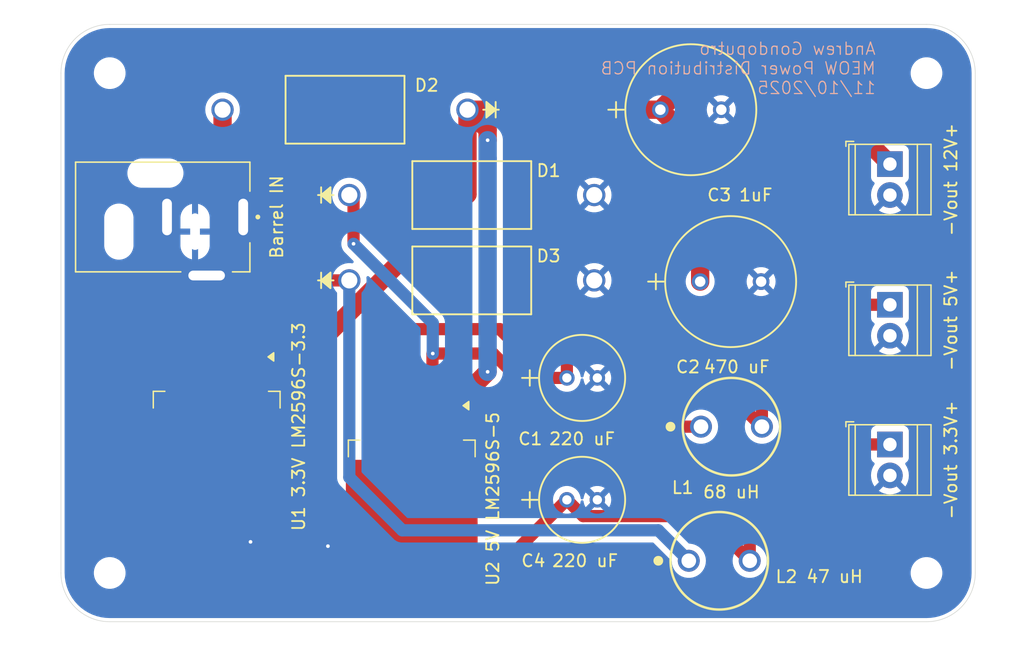
<source format=kicad_pcb>
(kicad_pcb (version 20240108) (generator "pcbnew") (generator_version "8.0")
  (layers (0 "F.Cu" signal) (31 "B.Cu" signal) (34 "B.Paste" user) (35 "F.Paste" user) (36 "B.SilkS" user "B.Silkscreen") (37 "F.SilkS" user "F.Silkscreen") (38 "B.Mask" user) (39 "F.Mask" user) (44 "Edge.Cuts" user))
  (net 0 "")
  (net 1 "Vout_3.3V")
  (net 2 "GND")
  (net 3 "Vout_12V")
  (net 4 "Net-(D1-K)")
  (net 5 "Net-(D2-A)")
  (net 6 "Net-(D3-K)")
  (net 8 "Vout_5V")
  (footprint "MountingHole:MountingHole_2.2mm_M2" (layer "F.Cu") (at 92 61)
    (property "Reference" "H4" (hide yes))
    (property "Value" "MountingHole" (hide yes))
    (pad "" np_thru_hole circle (at 0 0) (size 2.2 2.2) (drill 2.2) (layers "*.Cu" "*.Mask"))
  )
  (footprint "TerminalBlock_TE-Connectivity:TerminalBlock_TE_282834-2_1x02_P2.54mm_Horizontal" (layer "F.Cu") (at 89 39 -90)
    (property "Reference" "J4" (hide yes))
    (property "Value" "Terminal Out (Screw)" (hide yes))
    (fp_line (start -1.86 3.61) (end -1.46 3.61) (stroke (width 0.12)) (layer "F.SilkS"))
    (fp_line (start -1.62 3.37) (end 4.16 3.37) (stroke (width 0.12)) (layer "F.SilkS"))
    (fp_line (start -1.86 2.97) (end -1.86 3.61) (stroke (width 0.12)) (layer "F.SilkS"))
    (fp_line (start -1.62 2.85) (end 4.16 2.85) (stroke (width 0.12)) (layer "F.SilkS"))
    (fp_line (start -1.62 -2.25) (end 4.16 -2.25) (stroke (width 0.12)) (layer "F.SilkS"))
    (fp_line (start -1.62 -3.37) (end -1.62 3.37) (stroke (width 0.12)) (layer "F.SilkS"))
    (fp_line (start -1.62 -3.37) (end 4.16 -3.37) (stroke (width 0.12)) (layer "F.SilkS"))
    (fp_line (start 4.16 -3.37) (end 4.16 3.37) (stroke (width 0.12)) (layer "F.SilkS"))
    (fp_text user "-Vout 5V+" (at 1.27 -5 90) (layer "F.SilkS"))
    (pad "1" thru_hole rect (at 0 0 270) (size 2.1 2.1) (drill 1.1) (layers "*.Cu" "*.Mask") (net 8 "Vout_5V"))
    (pad "2" thru_hole circle (at 2.54 0 270) (size 2.1 2.1) (drill 1.1) (layers "*.Cu" "*.Mask") (net 2 "GND"))
  )
  (footprint "footprints:CR_0-E3&slash_54_VIS" (layer "F.Cu") (at 54.3472 23 180)
    (property "Reference" "D2" (at 3.3472 2 0) (layer "F.SilkS"))
    (property "Value" "1N5820")
    (fp_line (start 14.9225 2.7813) (end 14.9225 -2.7813) (stroke (width 0.1524)) (layer "F.SilkS"))
    (fp_line (start 14.9225 -2.7813) (end 5.1689 -2.7813) (stroke (width 0.1524)) (layer "F.SilkS"))
    (fp_line (start 5.1689 2.7813) (end 14.9225 2.7813) (stroke (width 0.1524)) (layer "F.SilkS"))
    (fp_line (start 5.1689 -2.7813) (end 5.1689 2.7813) (stroke (width 0.1524)) (layer "F.SilkS"))
    (fp_line (start -1.2954 0) (end -2.5654 0) (stroke (width 0.1524)) (layer "F.SilkS"))
    (fp_line (start -1.5494 -0.635) (end -1.5494 0.635) (stroke (width 0.1524)) (layer "F.SilkS"))
    (fp_line (start -2.3114 0) (end -1.5494 0.635) (stroke (width 0.1524)) (layer "F.SilkS"))
    (fp_line (start -2.3114 0) (end -1.5494 0.508) (stroke (width 0.1524)) (layer "F.SilkS"))
    (fp_line (start -2.3114 0) (end -1.5494 0.381) (stroke (width 0.1524)) (layer "F.SilkS"))
    (fp_line (start -2.3114 0) (end -1.5494 0.254) (stroke (width 0.1524)) (layer "F.SilkS"))
    (fp_line (start -2.3114 0) (end -1.5494 0.127) (stroke (width 0.1524)) (layer "F.SilkS"))
    (fp_line (start -2.3114 0) (end -1.5494 -0.127) (stroke (width 0.1524)) (layer "F.SilkS"))
    (fp_line (start -2.3114 0) (end -1.5494 -0.254) (stroke (width 0.1524)) (layer "F.SilkS"))
    (fp_line (start -2.3114 0) (end -1.5494 -0.381) (stroke (width 0.1524)) (layer "F.SilkS"))
    (fp_line (start -2.3114 0) (end -1.5494 -0.508) (stroke (width 0.1524)) (layer "F.SilkS"))
    (fp_line (start -2.3114 0) (end -1.5494 -0.635) (stroke (width 0.1524)) (layer "F.SilkS"))
    (fp_line (start -2.3114 -0.635) (end -2.3114 0.635) (stroke (width 0.1524)) (layer "F.SilkS"))
    (pad "1" thru_hole circle (at 0 0 180) (size 1.8288 1.8288) (drill 1.3208) (layers "*.Cu" "*.Mask") (net 3 "Vout_12V"))
    (pad "2" thru_hole circle (at 20.0914 0 180) (size 1.8288 1.8288) (drill 1.3208) (layers "*.Cu" "*.Mask") (net 5 "Net-(D2-A)"))
  )
  (footprint "footprints:CAP_YX_6P3X11_RUB" (layer "F.Cu") (at 62.5 55)
    (property "Reference" "C4" (at -2.75 5 0) (layer "F.SilkS"))
    (property "Value" "220 uF" (at 1.5 5 0) (layer "F.SilkS"))
    (fp_line (start -3.6776 0) (end -2.4076 0) (stroke (width 0.1524)) (layer "F.SilkS"))
    (fp_line (start -3.0426 -0.635) (end -3.0426 0.635) (stroke (width 0.1524)) (layer "F.SilkS"))
    (fp_circle (center 1.25 0) (end 4.7806 0) (stroke (width 0.1524)) (fill none) (layer "F.SilkS"))
    (pad "1" thru_hole circle (at 0 0) (size 1.27 1.27) (drill 0.762) (layers "*.Cu" "*.Mask") (net 1 "Vout_3.3V"))
    (pad "2" thru_hole circle (at 2.5 0) (size 1.27 1.27) (drill 0.762) (layers "*.Cu" "*.Mask") (net 2 "GND"))
  )
  (footprint "MountingHole:MountingHole_2.2mm_M2" (layer "F.Cu") (at 92 20)
    (property "Reference" "H3" (hide yes))
    (property "Value" "MountingHole" (hide yes))
    (pad "" np_thru_hole circle (at 0 0) (size 2.2 2.2) (drill 2.2) (layers "*.Cu" "*.Mask"))
  )
  (footprint "footprints:CAP_YX_6P3X11_RUB" (layer "F.Cu") (at 62.5 45)
    (property "Reference" "C1" (at -3 5 0) (layer "F.SilkS"))
    (property "Value" "220 uF" (at 1.25 5 0) (layer "F.SilkS"))
    (fp_line (start -3.6776 0) (end -2.4076 0) (stroke (width 0.1524)) (layer "F.SilkS"))
    (fp_line (start -3.0426 -0.635) (end -3.0426 0.635) (stroke (width 0.1524)) (layer "F.SilkS"))
    (fp_circle (center 1.25 0) (end 4.7806 0) (stroke (width 0.1524)) (fill none) (layer "F.SilkS"))
    (pad "1" thru_hole circle (at 0 0) (size 1.27 1.27) (drill 0.762) (layers "*.Cu" "*.Mask") (net 8 "Vout_5V"))
    (pad "2" thru_hole circle (at 2.5 0) (size 1.27 1.27) (drill 0.762) (layers "*.Cu" "*.Mask") (net 2 "GND"))
  )
  (footprint "MountingHole:MountingHole_2.2mm_M2" (layer "F.Cu") (at 25 20)
    (property "Reference" "H1" (hide yes))
    (property "Value" "MountingHole" (hide yes))
    (pad "" np_thru_hole circle (at 0 0) (size 2.2 2.2) (drill 2.2) (layers "*.Cu" "*.Mask"))
  )
  (footprint "footprints:CR_0-E3&slash_54_VIS" (layer "F.Cu") (at 44.6528 37)
    (property "Reference" "D3" (at 16.3472 -2 0) (layer "F.SilkS"))
    (property "Value" "1N5820")
    (fp_line (start -2.3114 -0.635) (end -2.3114 0.635) (stroke (width 0.1524)) (layer "F.SilkS"))
    (fp_line (start -2.3114 0) (end -1.5494 -0.635) (stroke (width 0.1524)) (layer "F.SilkS"))
    (fp_line (start -2.3114 0) (end -1.5494 -0.508) (stroke (width 0.1524)) (layer "F.SilkS"))
    (fp_line (start -2.3114 0) (end -1.5494 -0.381) (stroke (width 0.1524)) (layer "F.SilkS"))
    (fp_line (start -2.3114 0) (end -1.5494 -0.254) (stroke (width 0.1524)) (layer "F.SilkS"))
    (fp_line (start -2.3114 0) (end -1.5494 -0.127) (stroke (width 0.1524)) (layer "F.SilkS"))
    (fp_line (start -2.3114 0) (end -1.5494 0.127) (stroke (width 0.1524)) (layer "F.SilkS"))
    (fp_line (start -2.3114 0) (end -1.5494 0.254) (stroke (width 0.1524)) (layer "F.SilkS"))
    (fp_line (start -2.3114 0) (end -1.5494 0.381) (stroke (width 0.1524)) (layer "F.SilkS"))
    (fp_line (start -2.3114 0) (end -1.5494 0.508) (stroke (width 0.1524)) (layer "F.SilkS"))
    (fp_line (start -2.3114 0) (end -1.5494 0.635) (stroke (width 0.1524)) (layer "F.SilkS"))
    (fp_line (start -1.5494 -0.635) (end -1.5494 0.635) (stroke (width 0.1524)) (layer "F.SilkS"))
    (fp_line (start -1.2954 0) (end -2.5654 0) (stroke (width 0.1524)) (layer "F.SilkS"))
    (fp_line (start 5.1689 -2.7813) (end 5.1689 2.7813) (stroke (width 0.1524)) (layer "F.SilkS"))
    (fp_line (start 5.1689 2.7813) (end 14.9225 2.7813) (stroke (width 0.1524)) (layer "F.SilkS"))
    (fp_line (start 14.9225 -2.7813) (end 5.1689 -2.7813) (stroke (width 0.1524)) (layer "F.SilkS"))
    (fp_line (start 14.9225 2.7813) (end 14.9225 -2.7813) (stroke (width 0.1524)) (layer "F.SilkS"))
    (pad "1" thru_hole circle (at 0 0) (size 1.8288 1.8288) (drill 1.3208) (layers "*.Cu" "*.Mask") (net 6 "Net-(D3-K)"))
    (pad "2" thru_hole circle (at 20.0914 0) (size 1.8288 1.8288) (drill 1.3208) (layers "*.Cu" "*.Mask") (net 2 "GND"))
  )
  (footprint "footprints:TENSILITY_54-00166" (layer "F.Cu") (at 29.7 31.8 -90)
    (property "Reference" "Barrel IN" (at 0 -9 90) (layer "F.SilkS"))
    (property "Value" "54-00166")
    (fp_line (start -4.5 7.5) (end -4.5 -6.8) (stroke (width 0.127)) (layer "F.SilkS"))
    (fp_line (start 4.5 7.5) (end -4.5 7.5) (stroke (width 0.127)) (layer "F.SilkS"))
    (fp_line (start 4.5 7.5) (end 4.5 -1.13) (stroke (width 0.127)) (layer "F.SilkS"))
    (fp_line (start -4.5 -6.8) (end -2.12 -6.8) (stroke (width 0.127)) (layer "F.SilkS"))
    (fp_line (start 2.12 -6.8) (end 4.5 -6.8) (stroke (width 0.127)) (layer "F.SilkS"))
    (fp_line (start 4.5 -6.8) (end 4.5 -5.37) (stroke (width 0.127)) (layer "F.SilkS"))
    (fp_circle (center 0 -7.45) (end 0.1 -7.45) (stroke (width 0.2)) (fill none) (layer "F.SilkS"))
    (pad "A" thru_hole oval (at 0 -6.25 270) (size 3.6 1.4) (drill oval 3 0.8) (layers "*.Cu" "*.Mask") (net 5 "Net-(D2-A)"))
    (pad "B" thru_hole oval (at 0 0 270) (size 3.6 1.4) (drill oval 3 0.8) (layers "*.Cu" "*.Mask") (net 2 "GND"))
    (pad "C" thru_hole oval (at 4.8 -3.25 270) (size 1.4 3.6) (drill oval 0.8 3) (layers "*.Cu" "*.Mask"))
  )
  (footprint "footprints:WE-TIS_8075" (layer "F.Cu") (at 76 49)
    (property "Reference" "L1" (at -4 5 0) (layer "F.SilkS"))
    (property "Value" "68 uH" (at 0 5.365 0) (layer "F.SilkS"))
    (fp_circle (center -5 0) (end -4.8 0) (stroke (width 0.4)) (fill none) (layer "F.SilkS"))
    (fp_circle (center 0 0) (end 4 0) (stroke (width 0.2)) (fill none) (layer "F.SilkS"))
    (pad "1" thru_hole circle (at -2.5 0) (size 1.8 1.8) (drill 1.2) (layers "*.Cu" "*.Mask") (net 4 "Net-(D1-K)"))
    (pad "2" thru_hole circle (at 2.5 0) (size 1.8 1.8) (drill 1.2) (layers "*.Cu" "*.Mask") (net 8 "Vout_5V"))
  )
  (footprint "footprints:CAP_YX_10X12P5_RUB" (layer "F.Cu") (at 70.16675 23)
    (property "Reference" "C3" (at 4.83325 7 0) (layer "F.SilkS"))
    (property "Value" "1uF" (at 7.83325 7 0) (layer "F.SilkS"))
    (fp_line (start -4.2691 0) (end -2.9991 0) (stroke (width 0.1524)) (layer "F.SilkS"))
    (fp_line (start -3.6341 -0.635) (end -3.6341 0.635) (stroke (width 0.1524)) (layer "F.SilkS"))
    (fp_circle (center 2.5 0) (end 7.8721 0) (stroke (width 0.1524)) (fill none) (layer "F.SilkS"))
    (pad "1" thru_hole circle (at 0 0) (size 1.3716 1.3716) (drill 0.8636) (layers "*.Cu" "*.Mask") (net 3 "Vout_12V"))
    (pad "2" thru_hole circle (at 5 0) (size 1.3716 1.3716) (drill 0.8636) (layers "*.Cu" "*.Mask") (net 2 "GND"))
  )
  (footprint "MountingHole:MountingHole_2.2mm_M2" (layer "F.Cu") (at 25 61)
    (property "Reference" "H2" (hide yes))
    (property "Value" "MountingHole" (hide yes))
    (pad "" np_thru_hole circle (at 0 0) (size 2.2 2.2) (drill 2.2) (layers "*.Cu" "*.Mask"))
  )
  (footprint "TerminalBlock_TE-Connectivity:TerminalBlock_TE_282834-2_1x02_P2.54mm_Horizontal" (layer "F.Cu") (at 89 27.46 -90)
    (property "Reference" "J3" (hide yes))
    (property "Value" "Terminal Out (Screw)" (hide yes))
    (fp_line (start -1.86 3.61) (end -1.46 3.61) (stroke (width 0.12)) (layer "F.SilkS"))
    (fp_line (start -1.62 3.37) (end 4.16 3.37) (stroke (width 0.12)) (layer "F.SilkS"))
    (fp_line (start -1.86 2.97) (end -1.86 3.61) (stroke (width 0.12)) (layer "F.SilkS"))
    (fp_line (start -1.62 2.85) (end 4.16 2.85) (stroke (width 0.12)) (layer "F.SilkS"))
    (fp_line (start -1.62 -2.25) (end 4.16 -2.25) (stroke (width 0.12)) (layer "F.SilkS"))
    (fp_line (start -1.62 -3.37) (end -1.62 3.37) (stroke (width 0.12)) (layer "F.SilkS"))
    (fp_line (start -1.62 -3.37) (end 4.16 -3.37) (stroke (width 0.12)) (layer "F.SilkS"))
    (fp_line (start 4.16 -3.37) (end 4.16 3.37) (stroke (width 0.12)) (layer "F.SilkS"))
    (fp_text user "-Vout 12V+" (at 1.27 -5 90) (layer "F.SilkS"))
    (pad "1" thru_hole rect (at 0 0 270) (size 2.1 2.1) (drill 1.1) (layers "*.Cu" "*.Mask") (net 3 "Vout_12V"))
    (pad "2" thru_hole circle (at 2.54 0 270) (size 2.1 2.1) (drill 1.1) (layers "*.Cu" "*.Mask") (net 2 "GND"))
  )
  (footprint "footprints:CAP_YX_10X12P5_RUB" (layer "F.Cu") (at 73.4335 37.1)
    (property "Reference" "C2" (at -1 7 0) (layer "F.SilkS"))
    (property "Value" "470 uF" (at 3 7 0) (layer "F.SilkS"))
    (fp_line (start -4.2691 0) (end -2.9991 0) (stroke (width 0.1524)) (layer "F.SilkS"))
    (fp_line (start -3.6341 -0.635) (end -3.6341 0.635) (stroke (width 0.1524)) (layer "F.SilkS"))
    (fp_circle (center 2.5 0) (end 7.8721 0) (stroke (width 0.1524)) (fill none) (layer "F.SilkS"))
    (pad "1" thru_hole circle (at 0 0) (size 1.3716 1.3716) (drill 0.8636) (layers "*.Cu" "*.Mask") (net 3 "Vout_12V"))
    (pad "2" thru_hole circle (at 5 0) (size 1.3716 1.3716) (drill 0.8636) (layers "*.Cu" "*.Mask") (net 2 "GND"))
  )
  (footprint "Package_TO_SOT_SMD:TO-263-5_TabPin3" (layer "F.Cu") (at 49.775 54.925 -90)
    (property "Reference" "U2 5V LM2596S-5" (at 0 -6.65 90) (layer "F.SilkS"))
    (property "Value" "LM2596S-5")
    (fp_line (start -4.825 5.2) (end -4.825 4.25) (stroke (width 0.12)) (layer "F.SilkS"))
    (fp_line (start -3.46 5.2) (end -4.825 5.2) (stroke (width 0.12)) (layer "F.SilkS"))
    (fp_line (start -4.825 -5.2) (end -4.825 -4.25) (stroke (width 0.12)) (layer "F.SilkS"))
    (fp_line (start -3.46 -5.2) (end -4.825 -5.2) (stroke (width 0.12)) (layer "F.SilkS"))
    (fp_poly (pts (xy -7.65 -4.21) (xy -7.99 -4.68) (xy -7.31 -4.68) (xy -7.65 -4.21)) (stroke (width 0.12)) (fill solid) (layer "F.SilkS"))
    (pad "1" smd roundrect (at -7.65 -3.4 270) (size 4.6 1.1) (layers "F.Cu" "F.Paste" "F.Mask") (roundrect_rratio 0.227273) (net 3 "Vout_12V"))
    (pad "2" smd roundrect (at -7.65 -1.7 270) (size 4.6 1.1) (layers "F.Cu" "F.Paste" "F.Mask") (roundrect_rratio 0.227273) (net 4 "Net-(D1-K)"))
    (pad "3" smd roundrect (at -7.65 0 270) (size 4.6 1.1) (layers "F.Cu" "F.Paste" "F.Mask") (roundrect_rratio 0.227273) (net 2 "GND"))
    (pad "3" smd roundrect (at -0.925 -2.775 270) (size 4.55 5.25) (layers "F.Cu" "F.Paste") (roundrect_rratio 0.054945) (net 2 "GND"))
    (pad "3" smd roundrect (at -0.925 2.775 270) (size 4.55 5.25) (layers "F.Cu" "F.Paste") (roundrect_rratio 0.054945) (net 2 "GND"))
    (pad "3" smd roundrect (at 1.5 0 270) (size 9.4 10.8) (layers "F.Cu" "F.Mask") (roundrect_rratio 0.026596) (net 2 "GND"))
    (pad "3" smd roundrect (at 3.925 -2.775 270) (size 4.55 5.25) (layers "F.Cu" "F.Paste") (roundrect_rratio 0.054945) (net 2 "GND"))
    (pad "3" smd roundrect (at 3.925 2.775 270) (size 4.55 5.25) (layers "F.Cu" "F.Paste") (roundrect_rratio 0.054945) (net 2 "GND"))
    (pad "4" smd roundrect (at -7.65 1.7 270) (size 4.6 1.1) (layers "F.Cu" "F.Paste" "F.Mask") (roundrect_rratio 0.227273) (net 8 "Vout_5V"))
    (pad "5" smd roundrect (at -7.65 3.4 270) (size 4.6 1.1) (layers "F.Cu" "F.Paste" "F.Mask") (roundrect_rratio 0.227273) (net 2 "GND"))
  )
  (footprint "TerminalBlock_TE-Connectivity:TerminalBlock_TE_282834-2_1x02_P2.54mm_Horizontal" (layer "F.Cu") (at 89 50.46 -90)
    (property "Reference" "J6" (hide yes))
    (property "Value" "Terminal Out (Screw)" (hide yes))
    (fp_line (start -1.86 3.61) (end -1.46 3.61) (stroke (width 0.12)) (layer "F.SilkS"))
    (fp_line (start -1.62 3.37) (end 4.16 3.37) (stroke (width 0.12)) (layer "F.SilkS"))
    (fp_line (start -1.86 2.97) (end -1.86 3.61) (stroke (width 0.12)) (layer "F.SilkS"))
    (fp_line (start -1.62 2.85) (end 4.16 2.85) (stroke (width 0.12)) (layer "F.SilkS"))
    (fp_line (start -1.62 -2.25) (end 4.16 -2.25) (stroke (width 0.12)) (layer "F.SilkS"))
    (fp_line (start -1.62 -3.37) (end -1.62 3.37) (stroke (width 0.12)) (layer "F.SilkS"))
    (fp_line (start -1.62 -3.37) (end 4.16 -3.37) (stroke (width 0.12)) (layer "F.SilkS"))
    (fp_line (start 4.16 -3.37) (end 4.16 3.37) (stroke (width 0.12)) (layer "F.SilkS"))
    (fp_text user "-Vout 3.3V+" (at 1.27 -5 90) (layer "F.SilkS"))
    (pad "1" thru_hole rect (at 0 0 270) (size 2.1 2.1) (drill 1.1) (layers "*.Cu" "*.Mask") (net 1 "Vout_3.3V"))
    (pad "2" thru_hole circle (at 2.54 0 270) (size 2.1 2.1) (drill 1.1) (layers "*.Cu" "*.Mask") (net 2 "GND"))
  )
  (footprint "Package_TO_SOT_SMD:TO-263-5_TabPin3" (layer "F.Cu") (at 33.775 50.925 -90)
    (property "Reference" "U1 3.3V LM2596S-3.3" (at -1.925 -6.725 90) (layer "F.SilkS"))
    (property "Value" "LM2596S-3.3")
    (fp_line (start -4.825 5.2) (end -4.825 4.25) (stroke (width 0.12)) (layer "F.SilkS"))
    (fp_line (start -3.46 5.2) (end -4.825 5.2) (stroke (width 0.12)) (layer "F.SilkS"))
    (fp_line (start -4.825 -5.2) (end -4.825 -4.25) (stroke (width 0.12)) (layer "F.SilkS"))
    (fp_line (start -3.46 -5.2) (end -4.825 -5.2) (stroke (width 0.12)) (layer "F.SilkS"))
    (fp_poly (pts (xy -7.65 -4.21) (xy -7.99 -4.68) (xy -7.31 -4.68) (xy -7.65 -4.21)) (stroke (width 0.12)) (fill solid) (layer "F.SilkS"))
    (pad "1" smd roundrect (at -7.65 -3.4 270) (size 4.6 1.1) (layers "F.Cu" "F.Paste" "F.Mask") (roundrect_rratio 0.227273) (net 3 "Vout_12V"))
    (pad "2" smd roundrect (at -7.65 -1.7 270) (size 4.6 1.1) (layers "F.Cu" "F.Paste" "F.Mask") (roundrect_rratio 0.227273) (net 6 "Net-(D3-K)"))
    (pad "3" smd roundrect (at -7.65 0 270) (size 4.6 1.1) (layers "F.Cu" "F.Paste" "F.Mask") (roundrect_rratio 0.227273) (net 2 "GND"))
    (pad "3" smd roundrect (at -0.925 -2.775 270) (size 4.55 5.25) (layers "F.Cu" "F.Paste") (roundrect_rratio 0.054945) (net 2 "GND"))
    (pad "3" smd roundrect (at -0.925 2.775 270) (size 4.55 5.25) (layers "F.Cu" "F.Paste") (roundrect_rratio 0.054945) (net 2 "GND"))
    (pad "3" smd roundrect (at 1.5 0 270) (size 9.4 10.8) (layers "F.Cu" "F.Mask") (roundrect_rratio 0.026596) (net 2 "GND"))
    (pad "3" smd roundrect (at 3.925 -2.775 270) (size 4.55 5.25) (layers "F.Cu" "F.Paste") (roundrect_rratio 0.054945) (net 2 "GND"))
    (pad "3" smd roundrect (at 3.925 2.775 270) (size 4.55 5.25) (layers "F.Cu" "F.Paste") (roundrect_rratio 0.054945) (net 2 "GND"))
    (pad "4" smd roundrect (at -7.65 1.7 270) (size 4.6 1.1) (layers "F.Cu" "F.Paste" "F.Mask") (roundrect_rratio 0.227273) (net 1 "Vout_3.3V"))
    (pad "5" smd roundrect (at -7.65 3.4 270) (size 4.6 1.1) (layers "F.Cu" "F.Paste" "F.Mask") (roundrect_rratio 0.227273) (net 2 "GND"))
  )
  (footprint "footprints:WE-TIS_8075" (layer "F.Cu") (at 75 60)
    (property "Reference" "L2 47 uH" (at 8.2 1.3 0) (layer "F.SilkS"))
    (property "Value" "47uH")
    (fp_circle (center -5 0) (end -4.8 0) (stroke (width 0.4)) (fill none) (layer "F.SilkS"))
    (fp_circle (center 0 0) (end 4 0) (stroke (width 0.2)) (fill none) (layer "F.SilkS"))
    (pad "1" thru_hole circle (at -2.5 0) (size 1.8 1.8) (drill 1.2) (layers "*.Cu" "*.Mask") (net 6 "Net-(D3-K)"))
    (pad "2" thru_hole circle (at 2.5 0) (size 1.8 1.8) (drill 1.2) (layers "*.Cu" "*.Mask") (net 1 "Vout_3.3V"))
  )
  (footprint "footprints:CR_0-E3&slash_54_VIS" (layer "F.Cu") (at 44.6528 30)
    (property "Reference" "D1" (at 16.3472 -2 0) (layer "F.SilkS"))
    (property "Value" "1N5820")
    (fp_line (start -2.3114 -0.635) (end -2.3114 0.635) (stroke (width 0.1524)) (layer "F.SilkS"))
    (fp_line (start -2.3114 0) (end -1.5494 -0.635) (stroke (width 0.1524)) (layer "F.SilkS"))
    (fp_line (start -2.3114 0) (end -1.5494 -0.508) (stroke (width 0.1524)) (layer "F.SilkS"))
    (fp_line (start -2.3114 0) (end -1.5494 -0.381) (stroke (width 0.1524)) (layer "F.SilkS"))
    (fp_line (start -2.3114 0) (end -1.5494 -0.254) (stroke (width 0.1524)) (layer "F.SilkS"))
    (fp_line (start -2.3114 0) (end -1.5494 -0.127) (stroke (width 0.1524)) (layer "F.SilkS"))
    (fp_line (start -2.3114 0) (end -1.5494 0.127) (stroke (width 0.1524)) (layer "F.SilkS"))
    (fp_line (start -2.3114 0) (end -1.5494 0.254) (stroke (width 0.1524)) (layer "F.SilkS"))
    (fp_line (start -2.3114 0) (end -1.5494 0.381) (stroke (width 0.1524)) (layer "F.SilkS"))
    (fp_line (start -2.3114 0) (end -1.5494 0.508) (stroke (width 0.1524)) (layer "F.SilkS"))
    (fp_line (start -2.3114 0) (end -1.5494 0.635) (stroke (width 0.1524)) (layer "F.SilkS"))
    (fp_line (start -1.5494 -0.635) (end -1.5494 0.635) (stroke (width 0.1524)) (layer "F.SilkS"))
    (fp_line (start -1.2954 0) (end -2.5654 0) (stroke (width 0.1524)) (layer "F.SilkS"))
    (fp_line (start 5.1689 -2.7813) (end 5.1689 2.7813) (stroke (width 0.1524)) (layer "F.SilkS"))
    (fp_line (start 5.1689 2.7813) (end 14.9225 2.7813) (stroke (width 0.1524)) (layer "F.SilkS"))
    (fp_line (start 14.9225 -2.7813) (end 5.1689 -2.7813) (stroke (width 0.1524)) (layer "F.SilkS"))
    (fp_line (start 14.9225 2.7813) (end 14.9225 -2.7813) (stroke (width 0.1524)) (layer "F.SilkS"))
    (pad "1" thru_hole circle (at 0 0) (size 1.8288 1.8288) (drill 1.3208) (layers "*.Cu" "*.Mask") (net 4 "Net-(D1-K)"))
    (pad "2" thru_hole circle (at 20.0914 0) (size 1.8288 1.8288) (drill 1.3208) (layers "*.Cu" "*.Mask") (net 2 "GND"))
  )
  (gr_line (start 25 16) (end 92 16) (stroke (width 0.05)) (layer "Edge.Cuts"))
  (gr_arc (start 21 20) (mid 22.171573 17.171573) (end 25 16) (stroke (width 0.05)) (layer "Edge.Cuts"))
  (gr_arc (start 25 65) (mid 22.171573 63.828427) (end 21 61) (stroke (width 0.05)) (layer "Edge.Cuts"))
  (gr_arc (start 92 16) (mid 94.828427 17.171573) (end 96 20) (stroke (width 0.05)) (layer "Edge.Cuts"))
  (gr_line (start 21 61) (end 21 20) (stroke (width 0.05)) (layer "Edge.Cuts"))
  (gr_line (start 92 65) (end 25 65) (stroke (width 0.05)) (layer "Edge.Cuts"))
  (gr_arc (start 96 61) (mid 94.828427 63.828427) (end 92 65) (stroke (width 0.05)) (layer "Edge.Cuts"))
  (gr_line (start 96 20) (end 96 61) (stroke (width 0.05)) (layer "Edge.Cuts"))
  (gr_text "Andrew Gondoputro\nMEOW Power Distribution PCB\n11/10/2025" (at 87.9 21.8 0) (layer "B.SilkS") (effects (font (size 1 1) (thickness 0.1)) (justify left bottom mirror)))
  (segment (start 77.5 57.5) (end 84.54 50.46) (width 1) (layer "F.Cu") (net 1))
  (segment (start 73.835 56.335) (end 77.5 60) (width 1) (layer "F.Cu") (net 1))
  (segment (start 62.5 55) (end 63.835 56.335) (width 1) (layer "F.Cu") (net 1))
  (segment (start 77.5 60) (end 77.5 57.5) (width 1) (layer "F.Cu") (net 1))
  (segment (start 84.54 50.46) (end 89 50.46) (width 1) (layer "F.Cu") (net 1))
  (segment (start 32.075 40.075) (end 32.075 43.275) (width 1) (layer "F.Cu") (net 1))
  (segment (start 27.675 42.27457) (end 29.94957 40) (width 1) (layer "F.Cu") (net 1))
  (segment (start 63.835 56.335) (end 73.835 56.335) (width 1) (layer "F.Cu") (net 1))
  (segment (start 27.675 57.675) (end 27.675 42.27457) (width 1) (layer "F.Cu") (net 1))
  (segment (start 62.5 55) (end 55.675 61.825) (width 1) (layer "F.Cu") (net 1))
  (segment (start 29.94957 40) (end 32 40) (width 1) (layer "F.Cu") (net 1))
  (segment (start 32 40) (end 32.075 40.075) (width 1) (layer "F.Cu") (net 1))
  (segment (start 55.675 61.825) (end 31.825 61.825) (width 1) (layer "F.Cu") (net 1))
  (segment (start 31.825 61.825) (end 27.675 57.675) (width 1) (layer "F.Cu") (net 1))
  (segment (start 33.775 43.275) (end 33.775 47.225) (width 1) (layer "F.Cu") (net 2))
  (segment (start 47 58.85) (end 42.95 58.85) (width 1.5) (layer "F.Cu") (net 2))
  (segment (start 30.375 43.275) (end 30.375 49.375) (width 1) (layer "F.Cu") (net 2))
  (segment (start 30.375 49.375) (end 31 50) (width 1) (layer "F.Cu") (net 2))
  (segment (start 36.55 54.85) (end 36.55 58.45) (width 1.5) (layer "F.Cu") (net 2))
  (segment (start 42.95 58.85) (end 42.9 58.8) (width 1.5) (layer "F.Cu") (net 2))
  (segment (start 46.375 47.275) (end 46.375 53.375) (width 1) (layer "F.Cu") (net 2))
  (segment (start 49.775 47.275) (end 49.775 56.425) (width 1) (layer "F.Cu") (net 2))
  (segment (start 46.375 53.375) (end 47 54) (width 1) (layer "F.Cu") (net 2))
  (segment (start 33.775 47.225) (end 31 50) (width 1) (layer "F.Cu") (net 2))
  (segment (start 36.5 58.5) (end 36.55 58.45) (width 1.5) (layer "F.Cu") (net 2))
  (via (at 42.9 58.8) (size 0.7) (drill 0.3) (layers "F.Cu" "B.Cu") (net 2))
  (via (at 36.55 58.45) (size 0.7) (drill 0.3) (layers "F.Cu" "B.Cu") (net 2))
  (segment (start 41.01446 43.275) (end 54.3472 29.94226) (width 1.5) (layer "F.Cu") (net 3))
  (segment (start 54.3472 23) (end 70.16675 23) (width 1.5) (layer "F.Cu") (net 3))
  (segment (start 73.4335 37.1) (end 73.4335 26.26675) (width 1.5) (layer "F.Cu") (net 3))
  (segment (start 56 24.6528) (end 54.3472 23) (width 1.5) (layer "F.Cu") (net 3))
  (segment (start 56 25.5) (end 56 24.6528) (width 1.5) (layer "F.Cu") (net 3))
  (segment (start 53.225 47.275) (end 56 44.5) (width 1.5) (layer "F.Cu") (net 3))
  (segment (start 70.16675 23) (end 73.5 19.66675) (width 1.5) (layer "F.Cu") (net 3))
  (segment (start 54.3472 29.94226) (end 54.3472 23) (width 1.5) (layer "F.Cu") (net 3))
  (segment (start 37.175 43.275) (end 41.01446 43.275) (width 1.5) (layer "F.Cu") (net 3))
  (segment (start 53.175 47.275) (end 53.225 47.275) (width 1.5) (layer "F.Cu") (net 3))
  (segment (start 81.04 19.5) (end 89 27.46) (width 1.5) (layer "F.Cu") (net 3))
  (segment (start 73.4335 26.26675) (end 70.16675 23) (width 1.5) (layer "F.Cu") (net 3))
  (segment (start 73.5 19.66675) (end 73.5 19.5) (width 1.5) (layer "F.Cu") (net 3))
  (segment (start 73.5 19.5) (end 81.04 19.5) (width 1.5) (layer "F.Cu") (net 3))
  (via (at 56 25.5) (size 0.7) (drill 0.3) (layers "F.Cu" "B.Cu") (net 3))
  (via (at 56 44.5) (size 0.7) (drill 0.3) (layers "F.Cu" "B.Cu") (net 3))
  (segment (start 56 27) (end 56 25.5) (width 1.5) (layer "B.Cu") (net 3))
  (segment (start 56 44.5) (end 56 27) (width 1.5) (layer "B.Cu") (net 3))
  (segment (start 73.5 49) (end 62.447372 49) (width 1) (layer "F.Cu") (net 4))
  (segment (start 62.447372 49) (end 56.447372 43) (width 1) (layer "F.Cu") (net 4))
  (segment (start 51.475 47.275) (end 51.475 43.025) (width 1) (layer "F.Cu") (net 4))
  (segment (start 56.447372 43) (end 51.5 43) (width 1) (layer "F.Cu") (net 4))
  (segment (start 51.475 43.025) (end 51.5 43) (width 1) (layer "F.Cu") (net 4))
  (segment (start 45 34) (end 45 30.3472) (width 1) (layer "F.Cu") (net 4))
  (segment (start 45 30.3472) (end 44.6528 30) (width 1) (layer "F.Cu") (net 4))
  (via (at 51.5 43) (size 0.7) (drill 0.3) (layers "F.Cu" "B.Cu") (net 4))
  (via (at 45 34) (size 0.7) (drill 0.3) (layers "F.Cu" "B.Cu") (net 4))
  (segment (start 51.5 43) (end 51.5 40.5) (width 1) (layer "B.Cu") (net 4))
  (segment (start 51.5 40.5) (end 45 34) (width 1) (layer "B.Cu") (net 4))
  (segment (start 34.2558 23) (end 34.2558 26.0558) (width 1.5) (layer "F.Cu") (net 5))
  (segment (start 35.95 27.75) (end 35.95 31.8) (width 1.5) (layer "F.Cu") (net 5))
  (segment (start 34.2558 26.0558) (end 35.95 27.75) (width 1.5) (layer "F.Cu") (net 5))
  (segment (start 39.45 37) (end 44.6528 37) (width 1) (layer "F.Cu") (net 6))
  (segment (start 35.475 43.275) (end 35.475 40.975) (width 1) (layer "F.Cu") (net 6))
  (segment (start 35.475 40.975) (end 39.45 37) (width 1) (layer "F.Cu") (net 6))
  (segment (start 70 57.5) (end 49 57.5) (width 1) (layer "B.Cu") (net 6))
  (segment (start 44.6528 53.1528) (end 44.6528 37) (width 1) (layer "B.Cu") (net 6))
  (segment (start 72.5 60) (end 70 57.5) (width 1) (layer "B.Cu") (net 6))
  (segment (start 49 57.5) (end 44.6528 53.1528) (width 1) (layer "B.Cu") (net 6))
  (segment (start 89 39) (end 84 39) (width 1) (layer "F.Cu") (net 8))
  (segment (start 78.5 44.5) (end 78.5 49) (width 1) (layer "F.Cu") (net 8))
  (segment (start 84 39) (end 78.5 44.5) (width 1) (layer "F.Cu") (net 8))
  (segment (start 73.165 43.665) (end 69.665 43.665) (width 1) (layer "F.Cu") (net 8))
  (segment (start 78.5 49) (end 73.165 43.665) (width 1) (layer "F.Cu") (net 8))
  (segment (start 64 40) (end 62.5 41.5) (width 1) (layer "F.Cu") (net 8))
  (segment (start 62.5 45) (end 61 45) (width 1) (layer "F.Cu") (net 8))
  (segment (start 62.5 41.5) (end 62.5 45) (width 1) (layer "F.Cu") (net 8))
  (segment (start 61 45) (end 57 41) (width 1) (layer "F.Cu") (net 8))
  (segment (start 49 41) (end 48.075 41.925) (width 1) (layer "F.Cu") (net 8))
  (segment (start 66 40) (end 64 40) (width 1) (layer "F.Cu") (net 8))
  (segment (start 48.075 41.925) (end 48.075 47.275) (width 1) (layer "F.Cu") (net 8))
  (segment (start 69.665 43.665) (end 66 40) (width 1) (layer "F.Cu") (net 8))
  (segment (start 57 41) (end 49 41) (width 1) (layer "F.Cu") (net 8))
  (zone (net 2) (net_name "GND") (layer "B.Cu") (connect_pads (clearance 0.5)) (min_thickness 0.25) (fill yes (thermal_gap 0.5) (thermal_bridge_width 0.5))
    (polygon (pts (xy 100 68) (xy 100 14) (xy 17 15) (xy 16 67) (xy 42 68)))
  )
)
</source>
